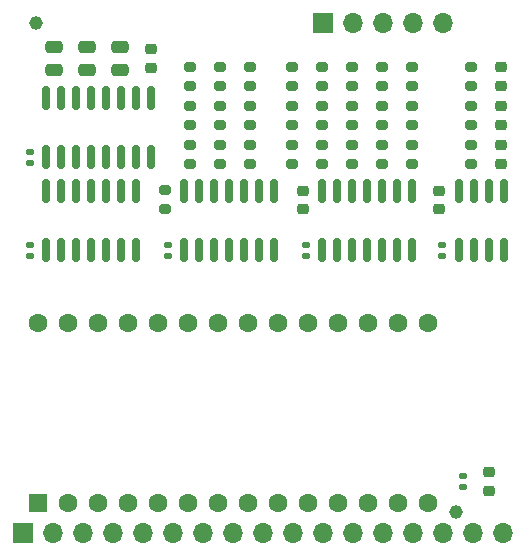
<source format=gbr>
%TF.GenerationSoftware,KiCad,Pcbnew,9.0.0*%
%TF.CreationDate,2025-03-27T21:27:04+00:00*%
%TF.ProjectId,MiniEconetModule,4d696e69-4563-46f6-9e65-744d6f64756c,02b*%
%TF.SameCoordinates,Original*%
%TF.FileFunction,Soldermask,Top*%
%TF.FilePolarity,Negative*%
%FSLAX46Y46*%
G04 Gerber Fmt 4.6, Leading zero omitted, Abs format (unit mm)*
G04 Created by KiCad (PCBNEW 9.0.0) date 2025-03-27 21:27:04*
%MOMM*%
%LPD*%
G01*
G04 APERTURE LIST*
G04 Aperture macros list*
%AMRoundRect*
0 Rectangle with rounded corners*
0 $1 Rounding radius*
0 $2 $3 $4 $5 $6 $7 $8 $9 X,Y pos of 4 corners*
0 Add a 4 corners polygon primitive as box body*
4,1,4,$2,$3,$4,$5,$6,$7,$8,$9,$2,$3,0*
0 Add four circle primitives for the rounded corners*
1,1,$1+$1,$2,$3*
1,1,$1+$1,$4,$5*
1,1,$1+$1,$6,$7*
1,1,$1+$1,$8,$9*
0 Add four rect primitives between the rounded corners*
20,1,$1+$1,$2,$3,$4,$5,0*
20,1,$1+$1,$4,$5,$6,$7,0*
20,1,$1+$1,$6,$7,$8,$9,0*
20,1,$1+$1,$8,$9,$2,$3,0*%
G04 Aperture macros list end*
%ADD10RoundRect,0.200000X-0.275000X0.200000X-0.275000X-0.200000X0.275000X-0.200000X0.275000X0.200000X0*%
%ADD11RoundRect,0.200000X0.275000X-0.200000X0.275000X0.200000X-0.275000X0.200000X-0.275000X-0.200000X0*%
%ADD12RoundRect,0.140000X-0.170000X0.140000X-0.170000X-0.140000X0.170000X-0.140000X0.170000X0.140000X0*%
%ADD13RoundRect,0.150000X0.150000X-0.825000X0.150000X0.825000X-0.150000X0.825000X-0.150000X-0.825000X0*%
%ADD14RoundRect,0.225000X-0.250000X0.225000X-0.250000X-0.225000X0.250000X-0.225000X0.250000X0.225000X0*%
%ADD15RoundRect,0.250000X0.475000X-0.250000X0.475000X0.250000X-0.475000X0.250000X-0.475000X-0.250000X0*%
%ADD16RoundRect,0.250000X-0.475000X0.250000X-0.475000X-0.250000X0.475000X-0.250000X0.475000X0.250000X0*%
%ADD17RoundRect,0.250000X0.550000X-0.550000X0.550000X0.550000X-0.550000X0.550000X-0.550000X-0.550000X0*%
%ADD18C,1.600000*%
%ADD19RoundRect,0.225000X0.250000X-0.225000X0.250000X0.225000X-0.250000X0.225000X-0.250000X-0.225000X0*%
%ADD20RoundRect,0.218750X-0.256250X0.218750X-0.256250X-0.218750X0.256250X-0.218750X0.256250X0.218750X0*%
%ADD21C,1.152000*%
%ADD22RoundRect,0.140000X0.170000X-0.140000X0.170000X0.140000X-0.170000X0.140000X-0.170000X-0.140000X0*%
%ADD23R,1.700000X1.700000*%
%ADD24O,1.700000X1.700000*%
G04 APERTURE END LIST*
D10*
X136719000Y-63912000D03*
X136719000Y-65562000D03*
X131639000Y-67214000D03*
X131639000Y-68864000D03*
D11*
X128083000Y-68864000D03*
X128083000Y-67214000D03*
X131639000Y-72166000D03*
X131639000Y-70516000D03*
D10*
X131639000Y-63912000D03*
X131639000Y-65562000D03*
X134179000Y-63912000D03*
X134179000Y-65562000D03*
X139259000Y-63912000D03*
X139259000Y-65562000D03*
X141799000Y-63912000D03*
X141799000Y-65562000D03*
D11*
X139259000Y-68864000D03*
X139259000Y-67214000D03*
X136719000Y-68864000D03*
X136719000Y-67214000D03*
D12*
X109414000Y-78989000D03*
X109414000Y-79949000D03*
X121098000Y-78989000D03*
X121098000Y-79949000D03*
D11*
X134179000Y-72166000D03*
X134179000Y-70516000D03*
X134179000Y-68864000D03*
X134179000Y-67214000D03*
D13*
X122495000Y-79404000D03*
X123765000Y-79404000D03*
X125035000Y-79404000D03*
X126305000Y-79404000D03*
X127575000Y-79404000D03*
X128845000Y-79404000D03*
X130115000Y-79404000D03*
X130115000Y-74454000D03*
X128845000Y-74454000D03*
X127575000Y-74454000D03*
X126305000Y-74454000D03*
X125035000Y-74454000D03*
X123765000Y-74454000D03*
X122495000Y-74454000D03*
D12*
X109414000Y-71115000D03*
X109414000Y-72075000D03*
D10*
X125543000Y-70516000D03*
X125543000Y-72166000D03*
X123003000Y-70516000D03*
X123003000Y-72166000D03*
D13*
X134179000Y-79404000D03*
X135449000Y-79404000D03*
X136719000Y-79404000D03*
X137989000Y-79404000D03*
X139259000Y-79404000D03*
X140529000Y-79404000D03*
X141799000Y-79404000D03*
X141799000Y-74454000D03*
X140529000Y-74454000D03*
X139259000Y-74454000D03*
X137989000Y-74454000D03*
X136719000Y-74454000D03*
X135449000Y-74454000D03*
X134179000Y-74454000D03*
D10*
X136719000Y-70516000D03*
X136719000Y-72166000D03*
D14*
X144085000Y-74376000D03*
X144085000Y-75926000D03*
D11*
X139259000Y-72166000D03*
X139259000Y-70516000D03*
D12*
X146133000Y-98519000D03*
X146133000Y-99479000D03*
D11*
X120844000Y-75976000D03*
X120844000Y-74326000D03*
X128083000Y-65562000D03*
X128083000Y-63912000D03*
D13*
X110811000Y-71530000D03*
X112081000Y-71530000D03*
X113351000Y-71530000D03*
X114621000Y-71530000D03*
X115891000Y-71530000D03*
X117161000Y-71530000D03*
X118431000Y-71530000D03*
X119701000Y-71530000D03*
X119701000Y-66580000D03*
X118431000Y-66580000D03*
X117161000Y-66580000D03*
X115891000Y-66580000D03*
X114621000Y-66580000D03*
X113351000Y-66580000D03*
X112081000Y-66580000D03*
X110811000Y-66580000D03*
D10*
X128083000Y-70516000D03*
X128083000Y-72166000D03*
D11*
X125543000Y-68864000D03*
X125543000Y-67214000D03*
D15*
X111446000Y-64163000D03*
X111446000Y-62263000D03*
D16*
X117034000Y-62263000D03*
X117034000Y-64163000D03*
D11*
X123003000Y-68864000D03*
X123003000Y-67214000D03*
X125543000Y-65562000D03*
X125543000Y-63912000D03*
D14*
X132528000Y-74376000D03*
X132528000Y-75926000D03*
D10*
X141799000Y-70516000D03*
X141799000Y-72166000D03*
D12*
X132782000Y-78989000D03*
X132782000Y-79949000D03*
D11*
X141799000Y-68864000D03*
X141799000Y-67214000D03*
D15*
X114240000Y-64163000D03*
X114240000Y-62263000D03*
D10*
X146752000Y-70516000D03*
X146752000Y-72166000D03*
X123003000Y-63912000D03*
X123003000Y-65562000D03*
X146752000Y-63912000D03*
X146752000Y-65562000D03*
D17*
X110075000Y-100805000D03*
D18*
X112615000Y-100805000D03*
X115155000Y-100805000D03*
X117695000Y-100805000D03*
X120235000Y-100805000D03*
X122775000Y-100805000D03*
X125315000Y-100805000D03*
X127855000Y-100805000D03*
X130395000Y-100805000D03*
X132935000Y-100805000D03*
X135475000Y-100805000D03*
X138015000Y-100805000D03*
X140555000Y-100805000D03*
X143095000Y-100805000D03*
X143095000Y-85565000D03*
X140555000Y-85565000D03*
X138015000Y-85565000D03*
X135475000Y-85565000D03*
X132935000Y-85565000D03*
X130395000Y-85565000D03*
X127855000Y-85565000D03*
X125315000Y-85565000D03*
X122775000Y-85565000D03*
X120235000Y-85565000D03*
X117695000Y-85565000D03*
X115155000Y-85565000D03*
X112615000Y-85565000D03*
X110075000Y-85565000D03*
D11*
X146752000Y-68864000D03*
X146752000Y-67214000D03*
D19*
X148302000Y-99774000D03*
X148302000Y-98224000D03*
D20*
X149292000Y-67251500D03*
X149292000Y-68826500D03*
D21*
X145508000Y-101567000D03*
X109948000Y-60165000D03*
D20*
X149292000Y-63949500D03*
X149292000Y-65524500D03*
D13*
X110811000Y-79404000D03*
X112081000Y-79404000D03*
X113351000Y-79404000D03*
X114621000Y-79404000D03*
X115891000Y-79404000D03*
X117161000Y-79404000D03*
X118431000Y-79404000D03*
X118431000Y-74454000D03*
X117161000Y-74454000D03*
X115891000Y-74454000D03*
X114621000Y-74454000D03*
X113351000Y-74454000D03*
X112081000Y-74454000D03*
X110811000Y-74454000D03*
D20*
X119701000Y-62425500D03*
X119701000Y-64000500D03*
X149292000Y-70553500D03*
X149292000Y-72128500D03*
D13*
X145736000Y-79404000D03*
X147006000Y-79404000D03*
X148276000Y-79404000D03*
X149546000Y-79404000D03*
X149546000Y-74454000D03*
X148276000Y-74454000D03*
X147006000Y-74454000D03*
X145736000Y-74454000D03*
D22*
X144339000Y-79949000D03*
X144339000Y-78989000D03*
D23*
X108805000Y-103345000D03*
D24*
X111345000Y-103345000D03*
X113885000Y-103345000D03*
X116425000Y-103345000D03*
X118965000Y-103345000D03*
X121505000Y-103345000D03*
X124045000Y-103345000D03*
X126585000Y-103345000D03*
X129125000Y-103345000D03*
X131665000Y-103345000D03*
X134205000Y-103345000D03*
X136745000Y-103345000D03*
X139285000Y-103345000D03*
X141825000Y-103345000D03*
X144365000Y-103345000D03*
X146905000Y-103345000D03*
X149445000Y-103345000D03*
D23*
X134205000Y-60165000D03*
D24*
X136745000Y-60165000D03*
X139285000Y-60165000D03*
X141825000Y-60165000D03*
X144365000Y-60165000D03*
M02*

</source>
